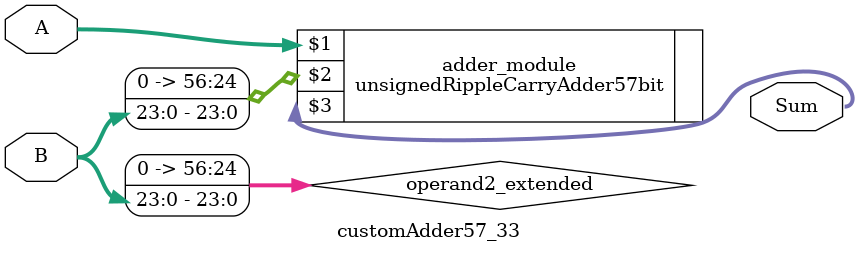
<source format=v>
module customAdder57_33(
                        input [56 : 0] A,
                        input [23 : 0] B,
                        
                        output [57 : 0] Sum
                );

        wire [56 : 0] operand2_extended;
        
        assign operand2_extended =  {33'b0, B};
        
        unsignedRippleCarryAdder57bit adder_module(
            A,
            operand2_extended,
            Sum
        );
        
        endmodule
        
</source>
